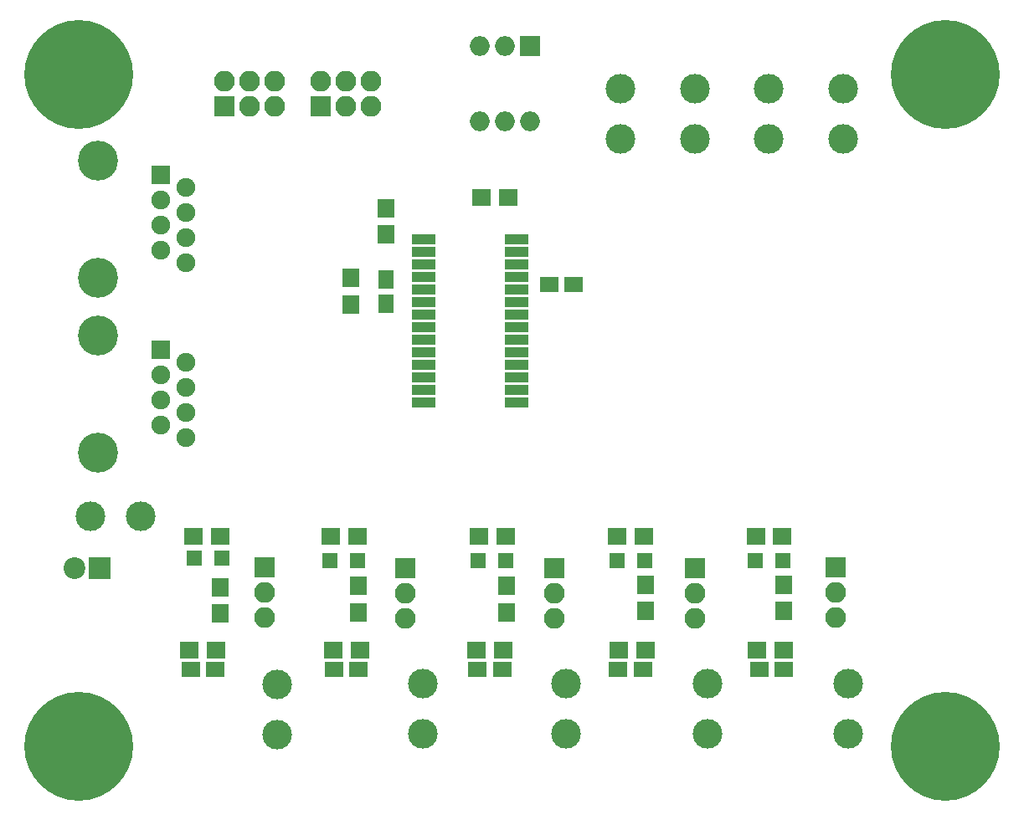
<source format=gbs>
G04 #@! TF.GenerationSoftware,KiCad,Pcbnew,(2017-11-24 revision a01d81e)-master*
G04 #@! TF.CreationDate,2018-01-08T17:27:27+01:00*
G04 #@! TF.ProjectId,PWRCTRLBRD,5057524354524C4252442E6B69636164,rev?*
G04 #@! TF.SameCoordinates,Original*
G04 #@! TF.FileFunction,Soldermask,Bot*
G04 #@! TF.FilePolarity,Negative*
%FSLAX46Y46*%
G04 Gerber Fmt 4.6, Leading zero omitted, Abs format (unit mm)*
G04 Created by KiCad (PCBNEW (2017-11-24 revision a01d81e)-master) date Monday '08en' 08. January 2018 'kl'. 17.27.27*
%MOMM*%
%LPD*%
G01*
G04 APERTURE LIST*
%ADD10C,1.300000*%
%ADD11C,11.000000*%
%ADD12C,4.050000*%
%ADD13R,1.900000X1.900000*%
%ADD14C,1.900000*%
%ADD15R,1.650000X1.900000*%
%ADD16R,1.900000X1.650000*%
%ADD17C,3.000000*%
%ADD18R,1.700000X1.900000*%
%ADD19R,1.900000X1.700000*%
%ADD20R,2.000000X2.000000*%
%ADD21O,2.000000X2.000000*%
%ADD22R,2.400000X1.000000*%
%ADD23R,2.100000X2.100000*%
%ADD24O,2.100000X2.100000*%
%ADD25R,2.200000X2.200000*%
%ADD26C,2.200000*%
%ADD27R,1.500000X1.500000*%
G04 APERTURE END LIST*
D10*
X124834749Y-146881251D03*
X122024000Y-145717000D03*
X119213251Y-146881251D03*
X118049000Y-149692000D03*
X119213251Y-152502749D03*
X122024000Y-153667000D03*
X124834749Y-152502749D03*
X125999000Y-149692000D03*
D11*
X122024000Y-149692000D03*
X122024000Y-81692000D03*
D10*
X125999000Y-81692000D03*
X124834749Y-84502749D03*
X122024000Y-85667000D03*
X119213251Y-84502749D03*
X118049000Y-81692000D03*
X119213251Y-78881251D03*
X122024000Y-77717000D03*
X124834749Y-78881251D03*
X212434749Y-78881251D03*
X209624000Y-77717000D03*
X206813251Y-78881251D03*
X205649000Y-81692000D03*
X206813251Y-84502749D03*
X209624000Y-85667000D03*
X212434749Y-84502749D03*
X213599000Y-81692000D03*
D11*
X209624000Y-81692000D03*
D12*
X123974000Y-119992000D03*
X123974000Y-108122000D03*
D13*
X130324000Y-109612000D03*
D14*
X132864000Y-110882000D03*
X130324000Y-112152000D03*
X132864000Y-113422000D03*
X130324000Y-114692000D03*
X132864000Y-115962000D03*
X130324000Y-117232000D03*
X132864000Y-118502000D03*
D15*
X153074000Y-102442000D03*
X153074000Y-104942000D03*
D16*
X133324000Y-141942000D03*
X135824000Y-141942000D03*
X147824000Y-141942000D03*
X150324000Y-141942000D03*
X162324000Y-141942000D03*
X164824000Y-141942000D03*
X176574000Y-141942000D03*
X179074000Y-141942000D03*
X190824000Y-141942000D03*
X193324000Y-141942000D03*
D17*
X128324000Y-126442000D03*
X123244000Y-126442000D03*
X176824000Y-88272000D03*
X176824000Y-83192000D03*
X184324000Y-88272000D03*
X184324000Y-83192000D03*
X191824000Y-88272000D03*
X191824000Y-83192000D03*
X199324000Y-88272000D03*
X199324000Y-83192000D03*
X142074000Y-143442000D03*
X142074000Y-148522000D03*
D12*
X123974000Y-102282000D03*
X123974000Y-90412000D03*
D13*
X130324000Y-91902000D03*
D14*
X132864000Y-93172000D03*
X130324000Y-94442000D03*
X132864000Y-95712000D03*
X130324000Y-96982000D03*
X132864000Y-98252000D03*
X130324000Y-99522000D03*
X132864000Y-100792000D03*
D17*
X156824000Y-143362000D03*
X156824000Y-148442000D03*
X171324000Y-143362000D03*
X171324000Y-148442000D03*
X185574000Y-143362000D03*
X185574000Y-148442000D03*
X199824000Y-143362000D03*
X199824000Y-148442000D03*
D18*
X149574000Y-105042000D03*
X149574000Y-102342000D03*
D19*
X162724000Y-94192000D03*
X165424000Y-94192000D03*
D18*
X153074000Y-95242000D03*
X153074000Y-97942000D03*
D19*
X136324000Y-128442000D03*
X133624000Y-128442000D03*
X133224000Y-139942000D03*
X135924000Y-139942000D03*
X150174000Y-128442000D03*
X147474000Y-128442000D03*
X147724000Y-139942000D03*
X150424000Y-139942000D03*
X165174000Y-128442000D03*
X162474000Y-128442000D03*
X162224000Y-139942000D03*
X164924000Y-139942000D03*
X179174000Y-128442000D03*
X176474000Y-128442000D03*
X176624000Y-139942000D03*
X179324000Y-139942000D03*
X193174000Y-128442000D03*
X190474000Y-128442000D03*
X190624000Y-139942000D03*
X193324000Y-139942000D03*
D20*
X167614000Y-78822000D03*
D21*
X162534000Y-86442000D03*
X165074000Y-78822000D03*
X165074000Y-86442000D03*
X162534000Y-78822000D03*
X167614000Y-86442000D03*
D22*
X156874000Y-114947000D03*
X156874000Y-113677000D03*
X156874000Y-112407000D03*
X156874000Y-111137000D03*
X156874000Y-109867000D03*
X156874000Y-108597000D03*
X156874000Y-107327000D03*
X156874000Y-106057000D03*
X156874000Y-104787000D03*
X156874000Y-103517000D03*
X156874000Y-102247000D03*
X156874000Y-100977000D03*
X156874000Y-99707000D03*
X156874000Y-98437000D03*
X166274000Y-98437000D03*
X166274000Y-99707000D03*
X166274000Y-100977000D03*
X166274000Y-102247000D03*
X166274000Y-103517000D03*
X166274000Y-104787000D03*
X166274000Y-106057000D03*
X166274000Y-107327000D03*
X166274000Y-108597000D03*
X166274000Y-109867000D03*
X166274000Y-111137000D03*
X166274000Y-112407000D03*
X166274000Y-113677000D03*
X166274000Y-114947000D03*
D23*
X136744000Y-84942000D03*
D24*
X136744000Y-82402000D03*
X139284000Y-84942000D03*
X139284000Y-82402000D03*
X141824000Y-84942000D03*
X141824000Y-82402000D03*
D23*
X146494000Y-84942000D03*
D24*
X146494000Y-82402000D03*
X149034000Y-84942000D03*
X149034000Y-82402000D03*
X151574000Y-84942000D03*
X151574000Y-82402000D03*
D23*
X140824000Y-131612000D03*
D24*
X140824000Y-134152000D03*
X140824000Y-136692000D03*
D23*
X155074000Y-131652000D03*
D24*
X155074000Y-134192000D03*
X155074000Y-136732000D03*
D23*
X170074000Y-131652000D03*
D24*
X170074000Y-134192000D03*
X170074000Y-136732000D03*
D23*
X184324000Y-131652000D03*
D24*
X184324000Y-134192000D03*
X184324000Y-136732000D03*
D23*
X198574000Y-131612000D03*
D24*
X198574000Y-134152000D03*
X198574000Y-136692000D03*
D18*
X136324000Y-133592000D03*
X136324000Y-136292000D03*
X150324000Y-133492000D03*
X150324000Y-136192000D03*
X165324000Y-133492000D03*
X165324000Y-136192000D03*
X179324000Y-133342000D03*
X179324000Y-136042000D03*
X193324000Y-133342000D03*
X193324000Y-136042000D03*
D16*
X172074000Y-102942000D03*
X169574000Y-102942000D03*
D25*
X124114000Y-131692000D03*
D26*
X121574000Y-131692000D03*
D11*
X209624000Y-149692000D03*
D10*
X213599000Y-149692000D03*
X212434749Y-152502749D03*
X209624000Y-153667000D03*
X206813251Y-152502749D03*
X205649000Y-149692000D03*
X206813251Y-146881251D03*
X209624000Y-145717000D03*
X212434749Y-146881251D03*
D27*
X133674000Y-130692000D03*
X136474000Y-130692000D03*
X150224000Y-130942000D03*
X147424000Y-130942000D03*
X165224000Y-130942000D03*
X162424000Y-130942000D03*
X179224000Y-130942000D03*
X176424000Y-130942000D03*
X193224000Y-130942000D03*
X190424000Y-130942000D03*
M02*

</source>
